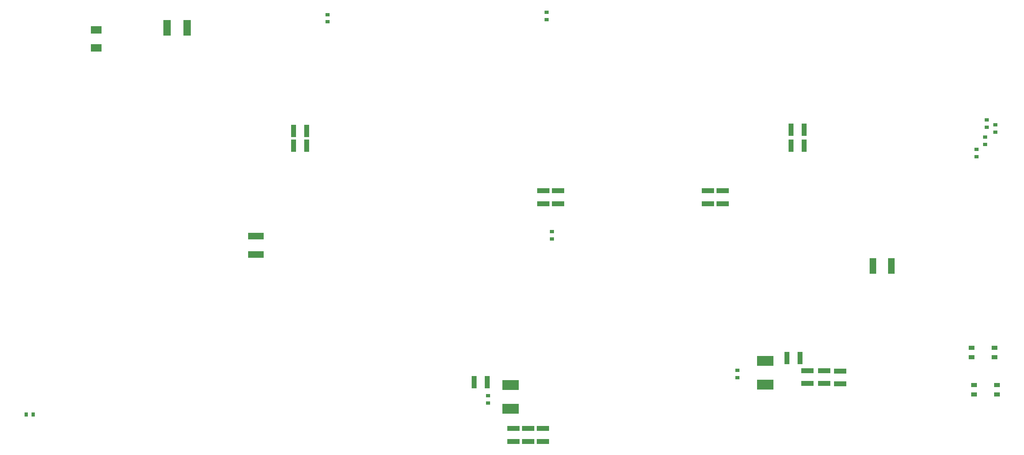
<source format=gbr>
%FSTAX23Y23*%
%MOIN*%
%SFA1B1*%

%IPPOS*%
%ADD12R,0.027559X0.035433*%
%ADD22R,0.035433X0.027559*%
%ADD23R,0.049212X0.037401*%
%ADD24R,0.043307X0.102362*%
%ADD29R,0.102362X0.043307*%
%ADD39R,0.137795X0.078740*%
%ADD41R,0.129921X0.055118*%
%ADD81R,0.085827X0.059842*%
%ADD82R,0.055118X0.129921*%
%ADD83R,0.061024X0.129921*%
%LNlv1_paste_bot-1*%
%LPD*%
G54D12*
X01239Y0096D03*
X0118D03*
G54D22*
X09Y03359D03*
Y033D03*
X0907Y0326D03*
Y03319D03*
X08989Y0316D03*
Y03219D03*
X08919Y0306D03*
Y03119D03*
X04942Y01055D03*
Y01114D03*
X06971Y01261D03*
Y0132D03*
X0546Y0239D03*
Y02449D03*
X05418Y04177D03*
Y04236D03*
X03634Y04159D03*
Y04218D03*
G54D23*
X09063Y01426D03*
X08876Y01505D03*
Y01426D03*
X09063Y01505D03*
X09083Y01123D03*
X08896Y01201D03*
Y01123D03*
X09083Y01201D03*
G54D24*
X03356Y0327D03*
X03463D03*
X04933Y01225D03*
X04827D03*
X07481Y0142D03*
X07375D03*
X03356Y0315D03*
X03463D03*
X07406D03*
X07513D03*
X07406Y0328D03*
X07513D03*
G54D29*
X05147Y00846D03*
Y0074D03*
X05269Y00847D03*
Y0074D03*
X05387Y00846D03*
Y0074D03*
X0754Y01318D03*
Y01212D03*
X07809Y01315D03*
Y01209D03*
X07679Y01318D03*
Y01212D03*
X0673Y02783D03*
Y02676D03*
X0551Y02783D03*
Y02676D03*
X0539Y02783D03*
Y02676D03*
X0685Y02783D03*
Y02676D03*
G54D39*
X05124Y012D03*
Y01007D03*
X07197Y01204D03*
Y01397D03*
G54D41*
X0305Y02414D03*
Y02265D03*
G54D81*
X0175Y03947D03*
Y04092D03*
G54D82*
X08224Y0217D03*
X08075D03*
G54D83*
X02492Y0411D03*
X02327D03*
M02*
</source>
